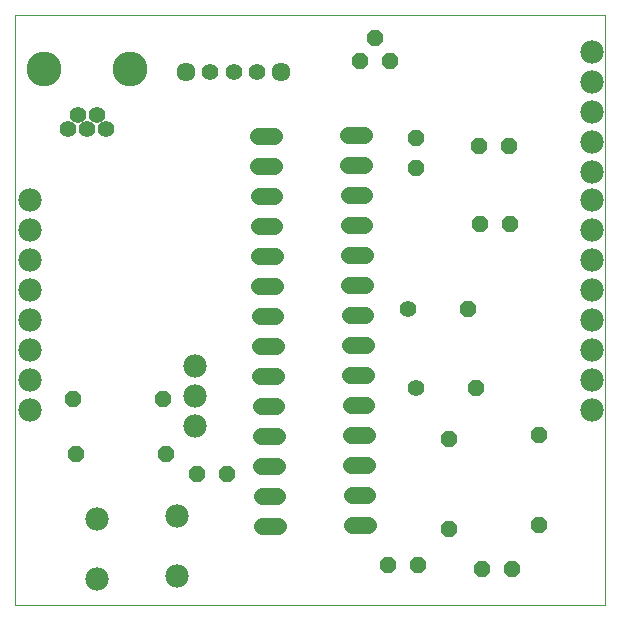
<source format=gbs>
G75*
%MOIN*%
%OFA0B0*%
%FSLAX25Y25*%
%IPPOS*%
%LPD*%
%AMOC8*
5,1,8,0,0,1.08239X$1,22.5*
%
%ADD10C,0.00000*%
%ADD11OC8,0.05600*%
%ADD12C,0.05600*%
%ADD13C,0.05550*%
%ADD14C,0.11620*%
%ADD15C,0.05600*%
%ADD16C,0.06337*%
%ADD17C,0.07800*%
D10*
X0006000Y0001300D02*
X0006000Y0198150D01*
X0202850Y0198150D01*
X0202850Y0001300D01*
X0006000Y0001300D01*
D11*
X0026445Y0051821D03*
X0025445Y0070135D03*
X0055445Y0070135D03*
X0056445Y0051821D03*
X0066685Y0044950D03*
X0076685Y0044950D03*
X0130555Y0014821D03*
X0140555Y0014821D03*
X0150795Y0026561D03*
X0161740Y0013265D03*
X0171740Y0013265D03*
X0180870Y0028006D03*
X0180870Y0058006D03*
X0159650Y0073635D03*
X0150795Y0056561D03*
X0156945Y0100061D03*
X0161185Y0128506D03*
X0171185Y0128506D03*
X0170870Y0154246D03*
X0160870Y0154246D03*
X0139630Y0157191D03*
X0139630Y0147191D03*
X0130945Y0182821D03*
X0125945Y0190321D03*
X0120945Y0182821D03*
D12*
X0136945Y0100061D03*
X0139650Y0073635D03*
D13*
X0036429Y0160002D03*
X0033280Y0164726D03*
X0030130Y0160002D03*
X0026980Y0164726D03*
X0023831Y0160002D03*
X0071051Y0179080D03*
X0078925Y0179080D03*
X0086799Y0179080D03*
D14*
X0044500Y0180080D03*
X0015760Y0180080D03*
D15*
X0087047Y0157592D02*
X0092247Y0157646D01*
X0092351Y0147647D02*
X0087152Y0147592D01*
X0087256Y0137593D02*
X0092456Y0137647D01*
X0092561Y0127648D02*
X0087361Y0127593D01*
X0087466Y0117594D02*
X0092665Y0117648D01*
X0092770Y0107649D02*
X0087570Y0107595D01*
X0087675Y0097595D02*
X0092875Y0097650D01*
X0092980Y0087650D02*
X0087780Y0087596D01*
X0087885Y0077596D02*
X0093084Y0077651D01*
X0093189Y0067651D02*
X0087989Y0067597D01*
X0088094Y0057597D02*
X0093294Y0057652D01*
X0093398Y0047652D02*
X0088199Y0047598D01*
X0088303Y0037598D02*
X0093503Y0037653D01*
X0093608Y0027653D02*
X0088408Y0027599D01*
X0118406Y0027913D02*
X0123606Y0027967D01*
X0123501Y0037967D02*
X0118302Y0037913D01*
X0118197Y0047912D02*
X0123397Y0047966D01*
X0123292Y0057966D02*
X0118092Y0057911D01*
X0117988Y0067911D02*
X0123187Y0067965D01*
X0123083Y0077965D02*
X0117883Y0077910D01*
X0117778Y0087910D02*
X0122978Y0087964D01*
X0122873Y0097964D02*
X0117673Y0097909D01*
X0117569Y0107909D02*
X0122768Y0107963D01*
X0122664Y0117963D02*
X0117464Y0117908D01*
X0117359Y0127908D02*
X0122559Y0127962D01*
X0122454Y0137961D02*
X0117255Y0137907D01*
X0117150Y0147906D02*
X0122350Y0147961D01*
X0122245Y0157960D02*
X0117045Y0157906D01*
D16*
X0094673Y0179080D03*
X0063177Y0179080D03*
D17*
X0011000Y0136300D03*
X0011000Y0126300D03*
X0011000Y0116300D03*
X0011000Y0106300D03*
X0011000Y0096300D03*
X0011000Y0086300D03*
X0011000Y0076300D03*
X0011000Y0066300D03*
X0033245Y0030131D03*
X0033245Y0010131D03*
X0059925Y0010895D03*
X0059925Y0030895D03*
X0066000Y0061191D03*
X0066000Y0071191D03*
X0066000Y0081191D03*
X0198500Y0076300D03*
X0198500Y0066300D03*
X0198500Y0086300D03*
X0198500Y0096300D03*
X0198500Y0106300D03*
X0198500Y0116300D03*
X0198500Y0126300D03*
X0198500Y0136300D03*
X0198500Y0145635D03*
X0198500Y0155635D03*
X0198500Y0165635D03*
X0198500Y0175635D03*
X0198500Y0185635D03*
M02*

</source>
